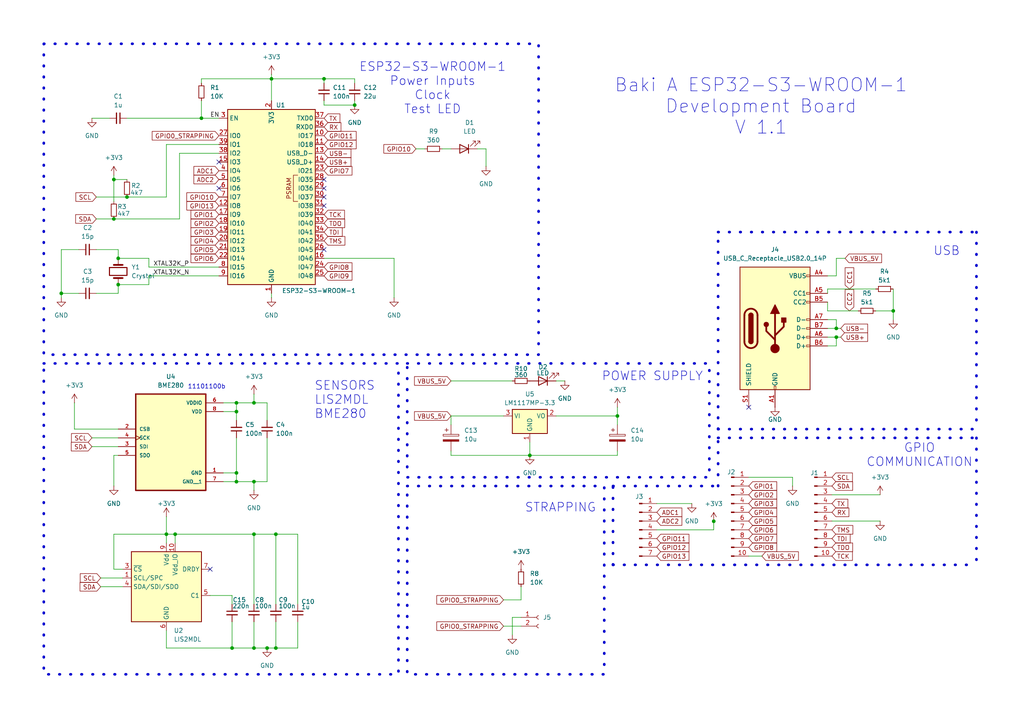
<source format=kicad_sch>
(kicad_sch (version 20250114) (generator "eeschema") (generator_version "9.0")
  (paper "A4")
  (title_block (title "ESP32-S3-WROOM-1 Development Board") (date "2025-06-27") (rev "1.1"))
  (lib_symbols
    (symbol "BME280:BME280" (pin_names (offset 1.016))
      (property "Reference" "U" (at -10.1662 13.3431 0))
      (property "Value" "BME280" (at -10.1683 -17.7924 0))
      (symbol "BME280_0_0"
        (pin input line (at -15.24 2.54 0) (length 5.08) (name "CSB") (number "2"))
        (pin input clock (at -15.24 0 0) (length 5.08) (name "SCK") (number "4"))
        (pin bidirectional line (at -15.24 -2.54 0) (length 5.08) (name "SDI") (number "3"))
        (pin bidirectional line (at -15.24 -5.08 0) (length 5.08) (name "SDO") (number "5"))
        (pin power_in line (at 15.24 10.16 180) (length 5.08) (name "VDDIO") (number "6"))
        (pin power_in line (at 15.24 7.62 180) (length 5.08) (name "VDD") (number "8"))
        (pin power_in line (at 15.24 -10.16 180) (length 5.08) (name "GND") (number "1"))
        (pin power_in line (at 15.24 -12.7 180) (length 5.08) (name "GND__1") (number "7"))
      )
    )
    (symbol "Connector:Conn_01x02_Socket" (pin_names (offset 1.016) (hide yes))
      (property "Reference" "J" (at 0 2.54 0))
      (property "Value" "Conn_01x02_Socket" (at 0 -5.08 0))
      (symbol "Conn_01x02_Socket_1_1"
        (pin passive line (at -5.08 0 0) (length 3.81) (name "Pin_1") (number "1"))
        (pin passive line (at -5.08 -2.54 0) (length 3.81) (name "Pin_2") (number "2"))
      )
    )
    (symbol "Connector:Conn_01x07_Pin" (pin_names (offset 1.016) (hide yes))
      (property "Reference" "J" (at 0 10.16 0))
      (property "Value" "Conn_01x07_Pin" (at 0 -10.16 0))
      (symbol "Conn_01x07_Pin_1_1"
        (pin passive line (at 5.08 7.62 180) (length 3.81) (name "Pin_1") (number "1"))
        (pin passive line (at 5.08 5.08 180) (length 3.81) (name "Pin_2") (number "2"))
        (pin passive line (at 5.08 2.54 180) (length 3.81) (name "Pin_3") (number "3"))
        (pin passive line (at 5.08 0 180) (length 3.81) (name "Pin_4") (number "4"))
        (pin passive line (at 5.08 -2.54 180) (length 3.81) (name "Pin_5") (number "5"))
        (pin passive line (at 5.08 -5.08 180) (length 3.81) (name "Pin_6") (number "6"))
        (pin passive line (at 5.08 -7.62 180) (length 3.81) (name "Pin_7") (number "7"))
      )
    )
    (symbol "Connector:Conn_01x10_Pin" (pin_names (offset 1.016) (hide yes))
      (property "Reference" "J" (at 0 12.7 0))
      (property "Value" "Conn_01x10_Pin" (at 0 -15.24 0))
      (symbol "Conn_01x10_Pin_1_1"
        (pin passive line (at 5.08 10.16 180) (length 3.81) (name "Pin_1") (number "1"))
        (pin passive line (at 5.08 7.62 180) (length 3.81) (name "Pin_2") (number "2"))
        (pin passive line (at 5.08 5.08 180) (length 3.81) (name "Pin_3") (number "3"))
        (pin passive line (at 5.08 2.54 180) (length 3.81) (name "Pin_4") (number "4"))
        (pin passive line (at 5.08 0 180) (length 3.81) (name "Pin_5") (number "5"))
        (pin passive line (at 5.08 -2.54 180) (length 3.81) (name "Pin_6") (number "6"))
        (pin passive line (at 5.08 -5.08 180) (length 3.81) (name "Pin_7") (number "7"))
        (pin passive line (at 5.08 -7.62 180) (length 3.81) (name "Pin_8") (number "8"))
        (pin passive line (at 5.08 -10.16 180) (length 3.81) (name "Pin_9") (number "9"))
        (pin passive line (at 5.08 -12.7 180) (length 3.81) (name "Pin_10") (number "10"))
      )
    )
    (symbol "Connector:USB_C_Receptacle_USB2.0_14P" (pin_names (offset 1.016))
      (property "Reference" "J" (at 0 22.225 0))
      (property "Value" "USB_C_Receptacle_USB2.0_14P" (at 0 19.685 0))
      (symbol "USB_C_Receptacle_USB2.0_14P_1_1"
        (pin passive line (at -7.62 -22.86 90) (length 5.08) (name "SHIELD") (number "S1"))
        (pin passive line (at 0 -22.86 90) (length 5.08) (name "GND") (number "A1"))
        (pin passive line (at 0 -22.86 90) (length 5.08) (hide yes) (name "GND") (number "A12"))
        (pin passive line (at 0 -22.86 90) (length 5.08) (hide yes) (name "GND") (number "B1"))
        (pin passive line (at 0 -22.86 90) (length 5.08) (hide yes) (name "GND") (number "B12"))
        (pin passive line (at 15.24 15.24 180) (length 5.08) (name "VBUS") (number "A4"))
        (pin passive line (at 15.24 15.24 180) (length 5.08) (hide yes) (name "VBUS") (number "A9"))
        (pin passive line (at 15.24 15.24 180) (length 5.08) (hide yes) (name "VBUS") (number "B4"))
        (pin passive line (at 15.24 15.24 180) (length 5.08) (hide yes) (name "VBUS") (number "B9"))
        (pin bidirectional line (at 15.24 10.16 180) (length 5.08) (name "CC1") (number "A5"))
        (pin bidirectional line (at 15.24 7.62 180) (length 5.08) (name "CC2") (number "B5"))
        (pin bidirectional line (at 15.24 2.54 180) (length 5.08) (name "D-") (number "A7"))
        (pin bidirectional line (at 15.24 0 180) (length 5.08) (name "D-") (number "B7"))
        (pin bidirectional line (at 15.24 -2.54 180) (length 5.08) (name "D+") (number "A6"))
        (pin bidirectional line (at 15.24 -5.08 180) (length 5.08) (name "D+") (number "B6"))
      )
    )
    (symbol "Device:C_Polarized" (pin_numbers (hide yes)) (pin_names (offset 0.254))
      (property "Reference" "C" (at 0.635 2.54 0))
      (property "Value" "C_Polarized" (at 0.635 -2.54 0))
      (symbol "C_Polarized_1_1"
        (pin passive line (at 0 3.81 270) (length 2.794) (name "~") (number "1"))
        (pin passive line (at 0 -3.81 90) (length 2.794) (name "~") (number "2"))
      )
    )
    (symbol "Device:C_Small" (pin_numbers (hide yes)) (pin_names (offset 0.254) (hide yes))
      (property "Reference" "C" (at 0.254 1.778 0))
      (property "Value" "C_Small" (at 0.254 -2.032 0))
      (symbol "C_Small_1_1"
        (pin passive line (at 0 2.54 270) (length 2.032) (name "~") (number "1"))
        (pin passive line (at 0 -2.54 90) (length 2.032) (name "~") (number "2"))
      )
    )
    (symbol "Device:Crystal" (pin_numbers (hide yes)) (pin_names (offset 1.016) (hide yes))
      (property "Reference" "Y" (at 0 3.81 0))
      (property "Value" "Crystal" (at 0 -3.81 0))
      (symbol "Crystal_1_1"
        (pin passive line (at -3.81 0 0) (length 1.27) (name "1") (number "1"))
        (pin passive line (at 3.81 0 180) (length 1.27) (name "2") (number "2"))
      )
    )
    (symbol "Device:LED" (pin_numbers (hide yes)) (pin_names (offset 1.016) (hide yes))
      (property "Reference" "D" (at 0 2.54 0))
      (property "Value" "LED" (at 0 -2.54 0))
      (symbol "LED_1_1"
        (pin passive line (at -3.81 0 0) (length 2.54) (name "K") (number "1"))
        (pin passive line (at 3.81 0 180) (length 2.54) (name "A") (number "2"))
      )
    )
    (symbol "Device:R_Small" (pin_numbers (hide yes)) (pin_names (offset 0.254) (hide yes))
      (property "Reference" "R" (at 0.762 0.508 0))
      (property "Value" "R_Small" (at 0.762 -1.016 0))
      (symbol "R_Small_1_1"
        (pin passive line (at 0 2.54 270) (length 0.762) (name "~") (number "1"))
        (pin passive line (at 0 -2.54 90) (length 0.762) (name "~") (number "2"))
      )
    )
    (symbol "RF_Module:ESP32-S3-WROOM-1"
      (property "Reference" "U" (at -12.7 26.67 0))
      (property "Value" "ESP32-S3-WROOM-1" (at 12.7 26.67 0))
      (symbol "ESP32-S3-WROOM-1_0_0"
        (text "PSRAM" (at 5.08 2.54 900) (effects (font (size 1.27 1.27))))
      )
      (symbol "ESP32-S3-WROOM-1_1_1"
        (pin input line (at -15.24 22.86 0) (length 2.54) (name "EN") (number "3"))
        (pin bidirectional line (at -15.24 17.78 0) (length 2.54) (name "IO0") (number "27"))
        (pin bidirectional line (at -15.24 15.24 0) (length 2.54) (name "IO1") (number "39"))
        (pin bidirectional line (at -15.24 12.7 0) (length 2.54) (name "IO2") (number "38"))
        (pin bidirectional line (at -15.24 10.16 0) (length 2.54) (name "IO3") (number "15"))
        (pin bidirectional line (at -15.24 7.62 0) (length 2.54) (name "IO4") (number "4"))
        (pin bidirectional line (at -15.24 5.08 0) (length 2.54) (name "IO5") (number "5"))
        (pin bidirectional line (at -15.24 2.54 0) (length 2.54) (name "IO6") (number "6"))
        (pin bidirectional line (at -15.24 0 0) (length 2.54) (name "IO7") (number "7"))
        (pin bidirectional line (at -15.24 -2.54 0) (length 2.54) (name "IO8") (number "12"))
        (pin bidirectional line (at -15.24 -5.08 0) (length 2.54) (name "IO9") (number "17"))
        (pin bidirectional line (at -15.24 -7.62 0) (length 2.54) (name "IO10") (number "18"))
        (pin bidirectional line (at -15.24 -10.16 0) (length 2.54) (name "IO11") (number "19"))
        (pin bidirectional line (at -15.24 -12.7 0) (length 2.54) (name "IO12") (number "20"))
        (pin bidirectional line (at -15.24 -15.24 0) (length 2.54) (name "IO13") (number "21"))
        (pin bidirectional line (at -15.24 -17.78 0) (length 2.54) (name "IO14") (number "22"))
        (pin bidirectional line (at -15.24 -20.32 0) (length 2.54) (name "IO15") (number "8"))
        (pin bidirectional line (at -15.24 -22.86 0) (length 2.54) (name "IO16") (number "9"))
        (pin power_in line (at 0 27.94 270) (length 2.54) (name "3V3") (number "2"))
        (pin power_in line (at 0 -27.94 90) (length 2.54) (name "GND") (number "1"))
        (pin passive line (at 0 -27.94 90) (length 2.54) (hide yes) (name "GND") (number "40"))
        (pin passive line (at 0 -27.94 90) (length 2.54) (hide yes) (name "GND") (number "41"))
        (pin bidirectional line (at 15.24 22.86 180) (length 2.54) (name "TXD0") (number "37"))
        (pin bidirectional line (at 15.24 20.32 180) (length 2.54) (name "RXD0") (number "36"))
        (pin bidirectional line (at 15.24 17.78 180) (length 2.54) (name "IO17") (number "10"))
        (pin bidirectional line (at 15.24 15.24 180) (length 2.54) (name "IO18") (number "11"))
        (pin bidirectional line (at 15.24 12.7 180) (length 2.54) (name "USB_D-") (number "13"))
        (pin bidirectional line (at 15.24 10.16 180) (length 2.54) (name "USB_D+") (number "14"))
        (pin bidirectional line (at 15.24 7.62 180) (length 2.54) (name "IO21") (number "23"))
        (pin bidirectional line (at 15.24 5.08 180) (length 2.54) (name "IO35") (number "28"))
        (pin bidirectional line (at 15.24 2.54 180) (length 2.54) (name "IO36") (number "29"))
        (pin bidirectional line (at 15.24 0 180) (length 2.54) (name "IO37") (number "30"))
        (pin bidirectional line (at 15.24 -2.54 180) (length 2.54) (name "IO38") (number "31"))
        (pin bidirectional line (at 15.24 -5.08 180) (length 2.54) (name "IO39") (number "32"))
        (pin bidirectional line (at 15.24 -7.62 180) (length 2.54) (name "IO40") (number "33"))
        (pin bidirectional line (at 15.24 -10.16 180) (length 2.54) (name "IO41") (number "34"))
        (pin bidirectional line (at 15.24 -12.7 180) (length 2.54) (name "IO42") (number "35"))
        (pin bidirectional line (at 15.24 -15.24 180) (length 2.54) (name "IO45") (number "26"))
        (pin bidirectional line (at 15.24 -17.78 180) (length 2.54) (name "IO46") (number "16"))
        (pin bidirectional line (at 15.24 -20.32 180) (length 2.54) (name "IO47") (number "24"))
        (pin bidirectional line (at 15.24 -22.86 180) (length 2.54) (name "IO48") (number "25"))
      )
    )
    (symbol "Regulator_Linear:LM1117MP-3.3"
      (property "Reference" "U" (at -3.81 3.175 0))
      (property "Value" "LM1117MP-3.3" (at 0 3.175 0))
      (symbol "LM1117MP-3.3_1_1"
        (pin power_in line (at -7.62 0 0) (length 2.54) (name "VI") (number "3"))
        (pin power_in line (at 0 -7.62 90) (length 2.54) (name "GND") (number "1"))
        (pin power_out line (at 7.62 0 180) (length 2.54) (name "VO") (number "2"))
      )
    )
    (symbol "Sensor_Magnetic:LIS2MDL"
      (property "Reference" "U" (at -8.89 11.43 0))
      (property "Value" "LIS2MDL" (at 7.62 11.43 0))
      (symbol "LIS2MDL_1_1"
        (pin input line (at -12.7 5.08 0) (length 2.54) (name "~{CS}") (number "3"))
        (pin input line (at -12.7 2.54 0) (length 2.54) (name "SCL/SPC") (number "1"))
        (pin bidirectional line (at -12.7 0 0) (length 2.54) (name "SDA/SDI/SDO") (number "4"))
        (pin no_connect line (at -10.16 -5.08 0) (length 2.54) (hide yes) (name "NC") (number "2"))
        (pin no_connect line (at -10.16 -7.62 0) (length 2.54) (hide yes) (name "NC") (number "11"))
        (pin power_in line (at 0 12.7 270) (length 2.54) (name "Vdd") (number "9"))
        (pin power_in line (at 0 -12.7 90) (length 2.54) (name "GND") (number "6"))
        (pin passive line (at 0 -12.7 90) (length 2.54) (hide yes) (name "GND") (number "8"))
        (pin power_in line (at 2.54 12.7 270) (length 2.54) (name "Vdd_IO") (number "10"))
        (pin no_connect line (at 10.16 -7.62 180) (length 2.54) (hide yes) (name "NC") (number "12"))
        (pin output line (at 12.7 5.08 180) (length 2.54) (name "DRDY") (number "7"))
        (pin power_out line (at 12.7 -2.54 180) (length 2.54) (name "C1") (number "5"))
      )
    )
    (symbol "power:+3V3" (power) (pin_numbers (hide yes)) (pin_names (offset 0) (hide yes))
      (property "Value" "+3V3" (at 0 3.556 0))
      (symbol "+3V3_1_1"
        (pin power_in line (at 0 0 90) (length 0) (name "~") (number "1"))
      )
    )
    (symbol "power:GND" (power) (pin_numbers (hide yes)) (pin_names (offset 0) (hide yes))
      (property "Value" "GND" (at 0 -3.81 0))
      (symbol "GND_1_1"
        (pin power_in line (at 0 0 270) (length 0) (name "~") (number "1"))
      )
    )
  )
  (rectangle (start 12.7 12.7) (end 156.21 102.87) (stroke (width 0.762) (type dot)))
  (rectangle (start 12.7 105.41) (end 115.57 195.58) (stroke (width 0.762) (type dot)))
  (rectangle (start 118.11 105.41) (end 205.74 138.43) (stroke (width 0.762) (type dot)))
  (rectangle (start 118.11 140.97) (end 175.26 195.58) (stroke (width 0.762) (type dot)))
  (text "Baki A ESP32-S3-WROOM-1\nDevelopment Board\nV 1.1\n " (at 220.726 34.036 0) (effects (font (size 3.81 3.81))))
  (text "USB\n" (at 274.574 72.898 0) (effects (font (size 2.54 2.54))))
  (text "11101100b" (at 59.944 112.268 0) (effects (font (size 1.27 1.27))))
  (text "POWER SUPPLY" (at 189.23 109.22 0) (effects (font (size 2.54 2.54))))
  (text "GPIO\nCOMMUNICATION\n" (at 266.7 132.08 0) (effects (font (size 2.54 2.54))))
  (text "SENSORS\nLIS2MDL \nBME280\n" (at 91.186 116.078 0) (effects (font (size 2.54 2.54)) (justify left)))
  (text "STRAPPING\n" (at 162.56 147.32 0) (effects (font (size 2.54 2.54))))
  (text "ESP32-S3-WROOM-1\nPower Inputs\nClock\nTest LED\n" (at 125.476 25.654 0) (effects (font (size 2.54 2.54))))
  (junction (at 153.67 132.08))
  (junction (at 242.57 97.79))
  (junction (at 80.01 154.94))
  (junction (at 34.29 82.55))
  (junction (at 73.66 139.7))
  (junction (at 68.58 137.16))
  (junction (at 207.01 151.1898))
  (junction (at 73.66 116.84))
  (junction (at 68.58 116.84))
  (junction (at 259.08 90.17))
  (junction (at 36.83 57.15))
  (junction (at 33.02 52.07))
  (junction (at 80.01 187.96))
  (junction (at 242.57 95.25))
  (junction (at 48.26 154.94))
  (junction (at 50.8 154.94))
  (junction (at 78.74 22.86))
  (junction (at 67.31 187.96))
  (junction (at 93.98 22.86))
  (junction (at 77.47 187.96))
  (junction (at 73.66 187.96))
  (junction (at 33.02 63.5))
  (junction (at 102.87 30.48))
  (junction (at 68.58 119.38))
  (junction (at 34.29 74.93))
  (junction (at 68.58 139.7))
  (junction (at 17.78 85.09))
  (junction (at 73.66 154.94))
  (junction (at 58.42 34.29))
  (junction (at 179.07 120.65))
  (no_connect (at 93.98 57.15))
  (no_connect (at 93.98 72.39))
  (no_connect (at 93.98 54.61))
  (no_connect (at 63.5 54.61))
  (no_connect (at 60.96 165.1))
  (no_connect (at 217.17 118.11))
  (no_connect (at 93.98 59.69))
  (no_connect (at 63.5 46.99))
  (no_connect (at 93.98 52.07))
  (wire (pts (xy 77.47 187.96) (xy 73.66 187.96)))
  (wire (pts (xy 58.42 22.86) (xy 78.74 22.86)))
  (wire (pts (xy 27.94 85.09) (xy 34.29 85.09)))
  (wire (pts (xy 77.47 121.92) (xy 77.47 116.84)))
  (wire (pts (xy 73.66 114.3) (xy 73.66 116.84)))
  (wire (pts (xy 200.66 146.05) (xy 190.5 146.05)))
  (wire (pts (xy 130.81 132.08) (xy 130.81 130.81)))
  (wire (pts (xy 86.36 154.94) (xy 80.01 154.94)))
  (wire (pts (xy 93.98 74.93) (xy 114.3 74.93)))
  (wire (pts (xy 153.67 128.27) (xy 153.67 132.08)))
  (wire (pts (xy 26.67 127) (xy 34.29 127)))
  (wire (pts (xy 242.57 74.93) (xy 242.57 80.01)))
  (wire (pts (xy 58.42 24.13) (xy 58.42 22.86)))
  (polyline (pts (xy 208.28 127) (xy 283.21 127)) (stroke (width 0.762) (type dot)))
  (wire (pts (xy 43.18 80.01) (xy 43.18 82.55)))
  (wire (pts (xy 140.97 48.26) (xy 140.97 43.18)))
  (wire (pts (xy 63.5 80.01) (xy 43.18 80.01)))
  (wire (pts (xy 229.87 138.43) (xy 217.17 138.43)))
  (wire (pts (xy 73.66 154.94) (xy 80.01 154.94)))
  (wire (pts (xy 255.27 151.13) (xy 241.3 151.13)))
  (wire (pts (xy 64.77 119.38) (xy 68.58 119.38)))
  (wire (pts (xy 102.87 29.21) (xy 102.87 30.48)))
  (wire (pts (xy 254 90.17) (xy 259.08 90.17)))
  (wire (pts (xy 48.26 154.94) (xy 48.26 157.48)))
  (wire (pts (xy 148.59 179.07) (xy 151.13 179.07)))
  (wire (pts (xy 140.97 43.18) (xy 138.43 43.18)))
  (wire (pts (xy 63.5 77.47) (xy 43.18 77.47)))
  (wire (pts (xy 153.67 132.08) (xy 179.07 132.08)))
  (wire (pts (xy 67.31 175.26) (xy 67.31 172.72)))
  (wire (pts (xy 17.78 72.39) (xy 22.86 72.39)))
  (wire (pts (xy 93.98 30.48) (xy 102.87 30.48)))
  (polyline (pts (xy 177.8 140.97) (xy 208.28 140.97)) (stroke (width 0.762) (type dot)))
  (wire (pts (xy 26.67 34.29) (xy 31.75 34.29)))
  (wire (pts (xy 151.13 173.99) (xy 151.13 170.18)))
  (wire (pts (xy 67.31 187.96) (xy 67.31 180.34)))
  (wire (pts (xy 161.29 120.65) (xy 179.07 120.65)))
  (wire (pts (xy 33.02 165.1) (xy 33.02 154.94)))
  (wire (pts (xy 50.8 157.48) (xy 50.8 154.94)))
  (wire (pts (xy 68.58 139.7) (xy 73.66 139.7)))
  (wire (pts (xy 26.67 129.54) (xy 34.29 129.54)))
  (wire (pts (xy 240.03 95.25) (xy 242.57 95.25)))
  (wire (pts (xy 77.47 127) (xy 77.47 139.7)))
  (wire (pts (xy 240.03 97.79) (xy 242.57 97.79)))
  (wire (pts (xy 33.02 132.08) (xy 33.02 140.97)))
  (wire (pts (xy 130.81 110.49) (xy 148.59 110.49)))
  (wire (pts (xy 33.02 154.94) (xy 48.26 154.94)))
  (wire (pts (xy 93.98 29.21) (xy 93.98 30.48)))
  (wire (pts (xy 36.83 57.15) (xy 48.26 57.15)))
  (polyline (pts (xy 283.21 127) (xy 283.21 163.83)) (stroke (width 0.762) (type dot)))
  (wire (pts (xy 17.78 86.36) (xy 17.78 85.09)))
  (wire (pts (xy 68.58 139.7) (xy 64.77 139.7)))
  (wire (pts (xy 21.59 124.46) (xy 34.29 124.46)))
  (wire (pts (xy 240.03 92.71) (xy 242.57 92.71)))
  (wire (pts (xy 77.47 139.7) (xy 73.66 139.7)))
  (wire (pts (xy 33.02 50.8) (xy 33.02 52.07)))
  (wire (pts (xy 43.18 77.47) (xy 43.18 74.93)))
  (wire (pts (xy 33.02 165.1) (xy 35.56 165.1)))
  (wire (pts (xy 33.02 58.42) (xy 33.02 52.07)))
  (wire (pts (xy 77.47 116.84) (xy 73.66 116.84)))
  (wire (pts (xy 80.01 187.96) (xy 77.47 187.96)))
  (wire (pts (xy 48.26 149.86) (xy 48.26 154.94)))
  (wire (pts (xy 245.11 74.93) (xy 242.57 74.93)))
  (wire (pts (xy 33.02 52.07) (xy 36.83 52.07)))
  (wire (pts (xy 93.98 22.86) (xy 93.98 24.13)))
  (wire (pts (xy 102.87 22.86) (xy 102.87 24.13)))
  (wire (pts (xy 179.07 120.65) (xy 179.07 123.19)))
  (wire (pts (xy 34.29 85.09) (xy 34.29 82.55)))
  (wire (pts (xy 80.01 180.34) (xy 80.01 187.96)))
  (wire (pts (xy 78.74 22.86) (xy 93.98 22.86)))
  (wire (pts (xy 52.07 44.45) (xy 63.5 44.45)))
  (wire (pts (xy 58.42 29.21) (xy 58.42 34.29)))
  (wire (pts (xy 73.66 180.34) (xy 73.66 187.96)))
  (wire (pts (xy 68.58 116.84) (xy 68.58 119.38)))
  (wire (pts (xy 255.27 143.51) (xy 241.3 143.51)))
  (wire (pts (xy 240.03 90.17) (xy 248.92 90.17)))
  (wire (pts (xy 86.36 187.96) (xy 80.01 187.96)))
  (wire (pts (xy 242.57 80.01) (xy 240.03 80.01)))
  (wire (pts (xy 80.01 175.26) (xy 80.01 154.94)))
  (wire (pts (xy 43.18 82.55) (xy 34.29 82.55)))
  (wire (pts (xy 73.66 175.26) (xy 73.66 154.94)))
  (wire (pts (xy 58.42 34.29) (xy 63.5 34.29)))
  (wire (pts (xy 33.02 63.5) (xy 52.07 63.5)))
  (wire (pts (xy 68.58 119.38) (xy 68.58 121.92)))
  (wire (pts (xy 130.81 132.08) (xy 153.67 132.08)))
  (wire (pts (xy 68.58 116.84) (xy 73.66 116.84)))
  (wire (pts (xy 21.59 116.84) (xy 21.59 124.46)))
  (wire (pts (xy 29.21 170.18) (xy 35.56 170.18)))
  (wire (pts (xy 78.74 22.86) (xy 78.74 29.21)))
  (polyline (pts (xy 208.28 67.31) (xy 283.21 67.31)) (stroke (width 0.762) (type dot)))
  (wire (pts (xy 242.57 97.79) (xy 243.84 97.79)))
  (wire (pts (xy 242.57 92.71) (xy 242.57 95.25)))
  (wire (pts (xy 148.59 184.15) (xy 148.59 179.07)))
  (polyline (pts (xy 208.28 124.46) (xy 283.21 124.46)) (stroke (width 0.762) (type dot)))
  (wire (pts (xy 48.26 41.91) (xy 63.5 41.91)))
  (wire (pts (xy 229.87 140.97) (xy 229.87 138.43)))
  (wire (pts (xy 48.26 41.91) (xy 48.26 57.15)))
  (wire (pts (xy 259.08 90.17) (xy 259.08 92.71)))
  (wire (pts (xy 259.08 83.82) (xy 259.08 90.17)))
  (wire (pts (xy 240.03 100.33) (xy 242.57 100.33)))
  (wire (pts (xy 48.26 187.96) (xy 67.31 187.96)))
  (wire (pts (xy 242.57 100.33) (xy 242.57 97.79)))
  (wire (pts (xy 64.77 116.84) (xy 68.58 116.84)))
  (wire (pts (xy 27.94 57.15) (xy 36.83 57.15)))
  (wire (pts (xy 36.83 34.29) (xy 58.42 34.29)))
  (wire (pts (xy 17.78 72.39) (xy 17.78 85.09)))
  (wire (pts (xy 220.98 161.29) (xy 217.17 161.29)))
  (wire (pts (xy 179.07 118.11) (xy 179.07 120.65)))
  (wire (pts (xy 33.02 132.08) (xy 34.29 132.08)))
  (wire (pts (xy 17.78 85.09) (xy 22.86 85.09)))
  (wire (pts (xy 240.03 90.17) (xy 240.03 87.63)))
  (polyline (pts (xy 208.28 124.46) (xy 208.28 67.31)) (stroke (width 0.762) (type dot)))
  (polyline (pts (xy 208.28 140.97) (xy 208.28 127)) (stroke (width 0.762) (type dot)))
  (wire (pts (xy 43.18 74.93) (xy 34.29 74.93)))
  (wire (pts (xy 27.94 63.5) (xy 33.02 63.5)))
  (wire (pts (xy 130.81 120.65) (xy 146.05 120.65)))
  (wire (pts (xy 146.05 173.99) (xy 151.13 173.99)))
  (wire (pts (xy 114.3 74.93) (xy 114.3 86.36)))
  (wire (pts (xy 78.74 21.59) (xy 78.74 22.86)))
  (wire (pts (xy 78.74 86.36) (xy 78.74 85.09)))
  (wire (pts (xy 86.36 175.26) (xy 86.36 154.94)))
  (wire (pts (xy 240.03 83.82) (xy 240.03 85.09)))
  (wire (pts (xy 48.26 182.88) (xy 48.26 187.96)))
  (wire (pts (xy 67.31 187.96) (xy 73.66 187.96)))
  (wire (pts (xy 163.83 110.49) (xy 161.29 110.49)))
  (wire (pts (xy 48.26 154.94) (xy 50.8 154.94)))
  (wire (pts (xy 130.81 123.19) (xy 130.81 120.65)))
  (wire (pts (xy 73.66 142.24) (xy 73.66 139.7)))
  (wire (pts (xy 179.07 132.08) (xy 179.07 130.81)))
  (wire (pts (xy 93.98 22.86) (xy 102.87 22.86)))
  (wire (pts (xy 207.01 151.1898) (xy 207.01 153.67)))
  (wire (pts (xy 52.07 63.5) (xy 52.07 44.45)))
  (wire (pts (xy 67.31 172.72) (xy 60.96 172.72)))
  (polyline (pts (xy 177.8 163.83) (xy 283.21 163.83)) (stroke (width 0.762) (type dot)))
  (polyline (pts (xy 177.8 163.83) (xy 177.8 140.97)) (stroke (width 0.762) (type dot)))
  (wire (pts (xy 146.05 181.61) (xy 151.13 181.61)))
  (wire (pts (xy 130.81 43.18) (xy 128.27 43.18)))
  (wire (pts (xy 68.58 137.16) (xy 68.58 139.7)))
  (wire (pts (xy 29.21 167.64) (xy 35.56 167.64)))
  (wire (pts (xy 240.03 83.82) (xy 254 83.82)))
  (wire (pts (xy 207.01 151.13) (xy 207.01 151.1898)))
  (wire (pts (xy 242.57 95.25) (xy 243.84 95.25)))
  (wire (pts (xy 123.19 43.18) (xy 120.65 43.18)))
  (wire (pts (xy 68.58 127) (xy 68.58 137.16)))
  (polyline (pts (xy 283.21 67.31) (xy 283.21 124.46)) (stroke (width 0.762) (type dot)))
  (wire (pts (xy 190.5 153.67) (xy 207.01 153.67)))
  (wire (pts (xy 27.94 72.39) (xy 34.29 72.39)))
  (wire (pts (xy 34.29 72.39) (xy 34.29 74.93)))
  (wire (pts (xy 64.77 137.16) (xy 68.58 137.16)))
  (wire (pts (xy 50.8 154.94) (xy 73.66 154.94)))
  (wire (pts (xy 86.36 180.34) (xy 86.36 187.96)))
  (label "XTAL32K_N" (at 44.45 80.01 0))
  (label "XTAL32K_P" (at 44.45 77.47 0))
  (label "EN" (at 60.96 34.29 0))
  (global_label "SDA" (shape input) (at 241.3 140.97 0) (property "Intersheetrefs" "${INTERSHEET_REFS}" (effects (hide yes))))
  (global_label "ADC2" (shape input) (at 63.5 52.07 180) (property "Intersheetrefs" "${INTERSHEET_REFS}" (effects (hide yes))))
  (global_label "CC1" (shape input) (at 246.38 83.82 90) (property "Intersheetrefs" "${INTERSHEET_REFS}" (effects (hide yes))))
  (global_label "GPIO4" (shape input) (at 217.17 148.59 0) (property "Intersheetrefs" "${INTERSHEET_REFS}" (effects (hide yes))))
  (global_label "RX" (shape input) (at 93.98 36.83 0) (property "Intersheetrefs" "${INTERSHEET_REFS}" (effects (hide yes))))
  (global_label "SCL" (shape input) (at 26.67 127 180) (property "Intersheetrefs" "${INTERSHEET_REFS}" (effects (hide yes))))
  (global_label "RX" (shape input) (at 241.3 148.59 0) (property "Intersheetrefs" "${INTERSHEET_REFS}" (effects (hide yes))))
  (global_label "SCL" (shape input) (at 241.3 138.43 0) (property "Intersheetrefs" "${INTERSHEET_REFS}" (effects (hide yes))))
  (global_label "TX" (shape input) (at 93.98 34.29 0) (property "Intersheetrefs" "${INTERSHEET_REFS}" (effects (hide yes))))
  (global_label "GPIO7" (shape input) (at 93.98 49.53 0) (property "Intersheetrefs" "${INTERSHEET_REFS}" (effects (hide yes))))
  (global_label "GPIO12" (shape input) (at 190.5 158.75 0) (property "Intersheetrefs" "${INTERSHEET_REFS}" (effects (hide yes))))
  (global_label "GPIO3" (shape input) (at 217.17 146.05 0) (property "Intersheetrefs" "${INTERSHEET_REFS}" (effects (hide yes))))
  (global_label "GPIO0_STRAPPING" (shape input) (at 63.5 39.37 180) (property "Intersheetrefs" "${INTERSHEET_REFS}" (effects (hide yes))))
  (global_label "GPIO1" (shape input) (at 63.5 62.23 180) (property "Intersheetrefs" "${INTERSHEET_REFS}" (effects (hide yes))))
  (global_label "GPIO1" (shape input) (at 217.17 140.97 0) (property "Intersheetrefs" "${INTERSHEET_REFS}" (effects (hide yes))))
  (global_label "TMS" (shape input) (at 241.3 153.67 0) (property "Intersheetrefs" "${INTERSHEET_REFS}" (effects (hide yes))))
  (global_label "GPIO5" (shape input) (at 217.17 151.13 0) (property "Intersheetrefs" "${INTERSHEET_REFS}" (effects (hide yes))))
  (global_label "GPIO5" (shape input) (at 63.5 72.39 180) (property "Intersheetrefs" "${INTERSHEET_REFS}" (effects (hide yes))))
  (global_label "ADC1" (shape input) (at 63.5 49.53 180) (property "Intersheetrefs" "${INTERSHEET_REFS}" (effects (hide yes))))
  (global_label "TDO" (shape input) (at 241.3 158.75 0) (property "Intersheetrefs" "${INTERSHEET_REFS}" (effects (hide yes))))
  (global_label "SDA" (shape input) (at 26.67 129.54 180) (property "Intersheetrefs" "${INTERSHEET_REFS}" (effects (hide yes))))
  (global_label "GPIO0_STRAPPING" (shape input) (at 146.05 173.99 180) (property "Intersheetrefs" "${INTERSHEET_REFS}" (effects (hide yes))))
  (global_label "GPIO13" (shape input) (at 190.5 161.29 0) (property "Intersheetrefs" "${INTERSHEET_REFS}" (effects (hide yes))))
  (global_label "GPIO2" (shape input) (at 63.5 64.77 180) (property "Intersheetrefs" "${INTERSHEET_REFS}" (effects (hide yes))))
  (global_label "USB+" (shape input) (at 243.84 97.79 0) (property "Intersheetrefs" "${INTERSHEET_REFS}" (effects (hide yes))))
  (global_label "SDA" (shape input) (at 29.21 170.18 180) (property "Intersheetrefs" "${INTERSHEET_REFS}" (effects (hide yes))))
  (global_label "TMS" (shape input) (at 93.98 69.85 0) (property "Intersheetrefs" "${INTERSHEET_REFS}" (effects (hide yes))))
  (global_label "GPIO10" (shape input) (at 120.65 43.18 180) (property "Intersheetrefs" "${INTERSHEET_REFS}" (effects (hide yes))))
  (global_label "SDA" (shape input) (at 27.94 63.5 180) (property "Intersheetrefs" "${INTERSHEET_REFS}" (effects (hide yes))))
  (global_label "SCL" (shape input) (at 27.94 57.15 180) (property "Intersheetrefs" "${INTERSHEET_REFS}" (effects (hide yes))))
  (global_label "TCK" (shape input) (at 241.3 161.29 0) (property "Intersheetrefs" "${INTERSHEET_REFS}" (effects (hide yes))))
  (global_label "TDO" (shape input) (at 93.98 64.77 0) (property "Intersheetrefs" "${INTERSHEET_REFS}" (effects (hide yes))))
  (global_label "ADC2" (shape input) (at 190.5 151.13 0) (property "Intersheetrefs" "${INTERSHEET_REFS}" (effects (hide yes))))
  (global_label "TCK" (shape input) (at 93.98 62.23 0) (property "Intersheetrefs" "${INTERSHEET_REFS}" (effects (hide yes))))
  (global_label "GPIO6" (shape input) (at 63.5 74.93 180) (property "Intersheetrefs" "${INTERSHEET_REFS}" (effects (hide yes))))
  (global_label "USB-" (shape input) (at 243.84 95.25 0) (property "Intersheetrefs" "${INTERSHEET_REFS}" (effects (hide yes))))
  (global_label "GPIO3" (shape input) (at 63.5 67.31 180) (property "Intersheetrefs" "${INTERSHEET_REFS}" (effects (hide yes))))
  (global_label "USB-" (shape input) (at 93.98 44.45 0) (property "Intersheetrefs" "${INTERSHEET_REFS}" (effects (hide yes))))
  (global_label "VBUS_5V" (shape input) (at 130.81 120.65 180) (property "Intersheetrefs" "${INTERSHEET_REFS}" (effects (hide yes))))
  (global_label "GPIO8" (shape input) (at 93.98 77.47 0) (property "Intersheetrefs" "${INTERSHEET_REFS}" (effects (hide yes))))
  (global_label "GPIO13" (shape input) (at 63.5 59.69 180) (property "Intersheetrefs" "${INTERSHEET_REFS}" (effects (hide yes))))
  (global_label "TDI" (shape input) (at 93.98 67.31 0) (property "Intersheetrefs" "${INTERSHEET_REFS}" (effects (hide yes))))
  (global_label "GPIO11" (shape input) (at 93.98 39.37 0) (property "Intersheetrefs" "${INTERSHEET_REFS}" (effects (hide yes))))
  (global_label "GPIO10" (shape input) (at 63.5 57.15 180) (property "Intersheetrefs" "${INTERSHEET_REFS}" (effects (hide yes))))
  (global_label "TDI" (shape input) (at 241.3 156.21 0) (property "Intersheetrefs" "${INTERSHEET_REFS}" (effects (hide yes))))
  (global_label "SCL" (shape input) (at 29.21 167.64 180) (property "Intersheetrefs" "${INTERSHEET_REFS}" (effects (hide yes))))
  (global_label "GPIO4" (shape input) (at 63.5 69.85 180) (property "Intersheetrefs" "${INTERSHEET_REFS}" (effects (hide yes))))
  (global_label "GPIO11" (shape input) (at 190.5 156.21 0) (property "Intersheetrefs" "${INTERSHEET_REFS}" (effects (hide yes))))
  (global_label "VBUS_5V" (shape input) (at 245.11 74.93 0) (property "Intersheetrefs" "${INTERSHEET_REFS}" (effects (hide yes))))
  (global_label "GPIO8" (shape input) (at 217.17 158.75 0) (property "Intersheetrefs" "${INTERSHEET_REFS}" (effects (hide yes))))
  (global_label "GPIO6" (shape input) (at 217.17 153.67 0) (property "Intersheetrefs" "${INTERSHEET_REFS}" (effects (hide yes))))
  (global_label "VBUS_5V" (shape input) (at 130.81 110.49 180) (property "Intersheetrefs" "${INTERSHEET_REFS}" (effects (hide yes))))
  (global_label "GPIO12" (shape input) (at 93.98 41.91 0) (property "Intersheetrefs" "${INTERSHEET_REFS}" (effects (hide yes))))
  (global_label "GPIO0_STRAPPING" (shape input) (at 146.05 181.61 180) (property "Intersheetrefs" "${INTERSHEET_REFS}" (effects (hide yes))))
  (global_label "TX" (shape input) (at 241.3 146.05 0) (property "Intersheetrefs" "${INTERSHEET_REFS}" (effects (hide yes))))
  (global_label "GPIO9" (shape input) (at 93.98 80.01 0) (property "Intersheetrefs" "${INTERSHEET_REFS}" (effects (hide yes))))
  (global_label "GPIO2" (shape input) (at 217.17 143.51 0) (property "Intersheetrefs" "${INTERSHEET_REFS}" (effects (hide yes))))
  (global_label "VBUS_5V" (shape input) (at 220.98 161.29 0) (property "Intersheetrefs" "${INTERSHEET_REFS}" (effects (hide yes))))
  (global_label "ADC1" (shape input) (at 190.5 148.59 0) (property "Intersheetrefs" "${INTERSHEET_REFS}" (effects (hide yes))))
  (global_label "USB+" (shape input) (at 93.98 46.99 0) (property "Intersheetrefs" "${INTERSHEET_REFS}" (effects (hide yes))))
  (global_label "CC2" (shape input) (at 246.38 90.17 90) (property "Intersheetrefs" "${INTERSHEET_REFS}" (effects (hide yes))))
  (global_label "GPIO7" (shape input) (at 217.17 156.21 0) (property "Intersheetrefs" "${INTERSHEET_REFS}" (effects (hide yes))))
  (symbol (lib_id "Device:C_Small") (at 68.58 124.46 180) (unit 1)
    (property "Reference" "C5" (at 71.12 123.1835 0) (effects (justify right)))
    (property "Value" "100n" (at 71.12 125.7235 0) (effects (justify right)))
    (property "Footprint" "Capacitor_SMD:C_1206_3216Metric" (effects (hide yes)))
    (property "Description" "Unpolarized capacitor, small symbol" (effects (hide yes)))
  )
  (symbol (lib_id "power:GND") (at 200.66 146.05 0) (unit 1)
    (property "Reference" "#PWR09" (effects (hide yes)))
    (property "Value" "GND" (at 200.66 151.13 0))
    (property "Description" "Power symbol creates a global label with name \"GND\" , ground" (effects (hide yes)))
  )
  (symbol (lib_id "Device:LED") (at 134.62 43.18 180) (unit 1)
    (property "Reference" "D1" (at 136.2075 35.56 0))
    (property "Value" "LED" (at 136.2075 38.1 0))
    (property "Footprint" "LED_SMD:LED_1206_3216Metric" (effects (hide yes)))
    (property "Description" "Light emitting diode" (effects (hide yes)))
    (property "Sim.Pins" "1=K 2=A" (effects (hide yes)))
  )
  (symbol (lib_id "Device:C_Small") (at 73.66 177.8 0) (mirror y) (unit 1)
    (property "Reference" "C8" (at 73.914 173.99 0) (effects (justify right)))
    (property "Value" "100n" (at 73.914 175.768 0) (effects (justify right)))
    (property "Footprint" "Capacitor_SMD:C_1206_3216Metric" (effects (hide yes)))
    (property "Description" "Unpolarized capacitor, small symbol" (effects (hide yes)))
  )
  (symbol (lib_id "power:GND") (at 163.83 110.49 0) (unit 1)
    (property "Reference" "#PWR021" (effects (hide yes)))
    (property "Value" "GND" (at 163.83 115.57 0))
    (property "Description" "Power symbol creates a global label with name \"GND\" , ground" (effects (hide yes)))
  )
  (symbol (lib_id "power:GND") (at 77.47 187.96 0) (unit 1)
    (property "Reference" "#PWR037" (effects (hide yes)))
    (property "Value" "GND" (at 77.47 193.04 0))
    (property "Description" "Power symbol creates a global label with name \"GND\" , ground" (effects (hide yes)))
  )
  (symbol (lib_id "Device:R_Small") (at 251.46 90.17 90) (unit 1)
    (property "Reference" "R5" (at 251.46 85.09 90))
    (property "Value" "5k1" (at 251.46 87.63 90))
    (property "Footprint" "Resistor_SMD:R_1206_3216Metric" (effects (hide yes)))
    (property "Description" "Resistor, small symbol" (effects (hide yes)))
  )
  (symbol (lib_id "power:+3V3") (at 48.26 149.86 0) (unit 1)
    (property "Reference" "#PWR033" (effects (hide yes)))
    (property "Value" "+3V3" (at 48.26 146.05 0))
    (property "Description" "Power symbol creates a global label with name \"+3V3\"" (effects (hide yes)))
  )
  (symbol (lib_id "power:GND") (at 148.59 184.15 0) (unit 1)
    (property "Reference" "#PWR018" (effects (hide yes)))
    (property "Value" "GND" (at 148.59 189.23 0))
    (property "Description" "Power symbol creates a global label with name \"GND\" , ground" (effects (hide yes)))
  )
  (symbol (lib_id "power:GND") (at 73.66 142.24 0) (unit 1)
    (property "Reference" "#PWR010" (effects (hide yes)))
    (property "Value" "GND" (at 73.66 147.32 0))
    (property "Description" "Power symbol creates a global label with name \"GND\" , ground" (effects (hide yes)))
  )
  (symbol (lib_id "Device:LED") (at 157.48 110.49 180) (unit 1)
    (property "Reference" "D2" (at 157.48 106.426 0))
    (property "Value" "LED" (at 157.48 108.204 0))
    (property "Footprint" "LED_SMD:LED_1206_3216Metric" (effects (hide yes)))
    (property "Description" "Light emitting diode" (effects (hide yes)))
    (property "Sim.Pins" "1=K 2=A" (effects (hide yes)))
  )
  (symbol (lib_id "Sensor_Magnetic:LIS2MDL") (at 48.26 170.18 0) (unit 1)
    (property "Reference" "U2" (at 50.4033 182.88 0) (effects (justify left)))
    (property "Value" "LIS2MDL" (at 50.4033 185.42 0) (effects (justify left)))
    (property "Footprint" "Package_LGA:LGA-12_2x2mm_P0.5mm" (effects (hide yes)))
    (property "Datasheet" "https://www.st.com/resource/en/datasheet/lis2mdl.pdf" (effects (hide yes)))
    (property "Description" "Ultra-low-power, 3-axis digital output magnetometer, LGA-12" (effects (hide yes)))
  )
  (symbol (lib_id "power:+3V3") (at 151.13 165.1 0) (unit 1)
    (property "Reference" "#PWR017" (effects (hide yes)))
    (property "Value" "+3V3" (at 151.13 160.02 0))
    (property "Description" "Power symbol creates a global label with name \"+3V3\"" (effects (hide yes)))
  )
  (symbol (lib_id "Connector:Conn_01x10_Pin") (at 212.09 148.59 0) (unit 1)
    (property "Reference" "J2" (at 212.09 136.906 0))
    (property "Value" "Conn_01x10_Pin" (effects (hide yes)))
    (property "Footprint" "Connector_PinHeader_2.54mm:PinHeader_1x10_P2.54mm_Vertical" (effects (hide yes)))
    (property "Description" "Generic connector, single row, 01x10, script generated" (effects (hide yes)))
  )
  (symbol (lib_id "power:GND") (at 102.87 30.48 0) (unit 1)
    (property "Reference" "#PWR034" (effects (hide yes)))
    (property "Value" "GND" (at 102.87 35.56 0))
    (property "Description" "Power symbol creates a global label with name \"GND\" , ground" (effects (hide yes)))
  )
  (symbol (lib_id "Device:C_Small") (at 86.36 177.8 0) (mirror x) (unit 1)
    (property "Reference" "C10" (at 87.376 174.498 0) (effects (justify left)))
    (property "Value" "1u" (at 87.376 176.022 0) (effects (justify left)))
    (property "Footprint" "Capacitor_SMD:C_1206_3216Metric" (effects (hide yes)))
    (property "Description" "Unpolarized capacitor, small symbol" (effects (hide yes)))
  )
  (symbol (lib_id "Connector:Conn_01x10_Pin") (at 236.22 148.59 0) (unit 1)
    (property "Reference" "J1" (at 236.22 137.16 0))
    (property "Value" "Comms" (effects (hide yes)))
    (property "Footprint" "Connector_PinHeader_2.54mm:PinHeader_1x10_P2.54mm_Vertical" (effects (hide yes)))
    (property "Description" "Generic connector, single row, 01x10, script generated" (effects (hide yes)))
  )
  (symbol (lib_id "Device:C_Polarized") (at 179.07 127 0) (unit 1)
    (property "Reference" "C14" (at 182.88 124.8409 0) (effects (justify left)))
    (property "Value" "10u" (at 182.88 127.3809 0) (effects (justify left)))
    (property "Footprint" "Capacitor_Tantalum_SMD:CP_EIA-3216-18_Kemet-A" (effects (hide yes)))
    (property "Description" "Polarized capacitor" (effects (hide yes)))
  )
  (symbol (lib_id "BME280:BME280") (at 49.53 127 0) (unit 1)
    (property "Reference" "U4" (at 49.53 109.22 0))
    (property "Value" "BME280" (at 49.53 111.76 0))
    (property "Footprint" "BME280:PSON65P250X250X100-8N" (effects (hide yes)))
    (property "MF" "Bosch" (effects (hide yes)))
    (property "DESCRIPTION" "Integrated pressure, humidity and temperature sensor; 8-pin 2.5x2.5x0.93mm LGA" (effects (hide yes)))
    (property "PACKAGE" "LGA-8 Bosch" (effects (hide yes)))
    (property "PRICE" "4.94 USD" (effects (hide yes)))
    (property "STANDARD" "IPC-7351B" (effects (hide yes)))
    (property "MP" "BME280" (effects (hide yes)))
    (property "AVAILABILITY" "Good" (effects (hide yes)))
  )
  (symbol (lib_id "Device:C_Small") (at 93.98 26.67 180) (unit 1)
    (property "Reference" "C11" (at 96.52 25.3935 0) (effects (justify right)))
    (property "Value" "100n" (at 96.52 27.9335 0) (effects (justify right)))
    (property "Footprint" "Capacitor_SMD:C_1206_3216Metric" (effects (hide yes)))
    (property "Description" "Unpolarized capacitor, small symbol" (effects (hide yes)))
  )
  (symbol (lib_id "power:GND") (at 114.3 86.36 0) (unit 1)
    (property "Reference" "#PWR019" (effects (hide yes)))
    (property "Value" "GND" (at 114.3 91.44 0))
    (property "Description" "Power symbol creates a global label with name \"GND\" , ground" (effects (hide yes)))
  )
  (symbol (lib_id "power:GND") (at 229.87 140.97 0) (unit 1)
    (property "Reference" "#PWR01" (effects (hide yes)))
    (property "Value" "GND" (at 229.87 146.05 0))
    (property "Description" "Power symbol creates a global label with name \"GND\" , ground" (effects (hide yes)))
  )
  (symbol (lib_id "power:+3V3") (at 179.07 118.11 0) (unit 1)
    (property "Reference" "#PWR036" (effects (hide yes)))
    (property "Value" "+3V3" (at 179.07 113.03 0))
    (property "Description" "Power symbol creates a global label with name \"+3V3\"" (effects (hide yes)))
  )
  (symbol (lib_id "power:GND") (at 26.67 34.29 0) (unit 1)
    (property "Reference" "#PWR03" (effects (hide yes)))
    (property "Value" "GND" (at 26.67 39.37 0))
    (property "Description" "Power symbol creates a global label with name \"GND\" , ground" (effects (hide yes)))
  )
  (symbol (lib_id "Device:R_Small") (at 125.73 43.18 90) (unit 1)
    (property "Reference" "R9" (at 125.73 38.1 90))
    (property "Value" "360" (at 125.73 40.64 90))
    (property "Footprint" "Resistor_SMD:R_1206_3216Metric" (effects (hide yes)))
    (property "Description" "Resistor, small symbol" (effects (hide yes)))
  )
  (symbol (lib_id "Device:C_Small") (at 34.29 34.29 270) (unit 1)
    (property "Reference" "C1" (at 34.2836 27.94 90))
    (property "Value" "1u" (at 34.2836 30.48 90))
    (property "Footprint" "Capacitor_SMD:C_1206_3216Metric" (effects (hide yes)))
    (property "Description" "Unpolarized capacitor, small symbol" (effects (hide yes)))
  )
  (symbol (lib_id "Device:R_Small") (at 151.13 167.64 0) (unit 1)
    (property "Reference" "R8" (at 153.67 166.3699 0) (effects (justify left)))
    (property "Value" "10K" (at 153.67 168.9099 0) (effects (justify left)))
    (property "Footprint" "Resistor_SMD:R_1206_3216Metric" (effects (hide yes)))
    (property "Description" "Resistor, small symbol" (effects (hide yes)))
  )
  (symbol (lib_id "Connector:Conn_01x02_Socket") (at 156.21 179.07 0) (unit 1)
    (property "Reference" "J5" (at 157.48 179.0699 0) (effects (justify left)))
    (property "Value" "Conn_01x02_Socket" (effects (hide yes)))
    (property "Footprint" "Connector_PinSocket_2.54mm:PinSocket_1x02_P2.54mm_Vertical" (effects (hide yes)))
    (property "Description" "Generic connector, single row, 01x02, script generated" (effects (hide yes)))
  )
  (symbol (lib_id "Device:C_Small") (at 25.4 72.39 90) (unit 1)
    (property "Reference" "C2" (at 25.4063 66.04 90))
    (property "Value" "15p" (at 25.4063 68.58 90))
    (property "Footprint" "Capacitor_SMD:C_1206_3216Metric" (effects (hide yes)))
    (property "Description" "Unpolarized capacitor, small symbol" (effects (hide yes)))
  )
  (symbol (lib_id "power:GND") (at 78.74 86.36 0) (unit 1)
    (property "Reference" "#PWR02" (effects (hide yes)))
    (property "Value" "GND" (at 78.74 91.44 0))
    (property "Description" "Power symbol creates a global label with name \"GND\" , ground" (effects (hide yes)))
  )
  (symbol (lib_id "Connector:Conn_01x07_Pin") (at 185.42 153.67 0) (unit 1)
    (property "Reference" "J3" (at 185.42 144.018 0))
    (property "Value" "Conn_01x07_Pin" (effects (hide yes)))
    (property "Footprint" "Connector_PinHeader_2.54mm:PinHeader_1x07_P2.54mm_Vertical" (effects (hide yes)))
    (property "Description" "Generic connector, single row, 01x07, script generated" (effects (hide yes)))
  )
  (symbol (lib_id "Device:R_Small") (at 256.54 83.82 90) (unit 1)
    (property "Reference" "R4" (at 256.54 78.74 90))
    (property "Value" "5k1" (at 256.54 81.28 90))
    (property "Footprint" "Resistor_SMD:R_1206_3216Metric" (effects (hide yes)))
    (property "Description" "Resistor, small symbol" (effects (hide yes)))
  )
  (symbol (lib_id "power:GND") (at 224.79 118.11 0) (unit 1)
    (property "Reference" "#PWR015" (effects (hide yes)))
    (property "Value" "GND" (at 224.79 121.666 0))
    (property "Description" "Power symbol creates a global label with name \"GND\" , ground" (effects (hide yes)))
  )
  (symbol (lib_id "power:GND") (at 33.02 140.97 0) (unit 1)
    (property "Reference" "#PWR012" (effects (hide yes)))
    (property "Value" "GND" (at 33.02 146.05 0))
    (property "Description" "Power symbol creates a global label with name \"GND\" , ground" (effects (hide yes)))
  )
  (symbol (lib_id "power:GND") (at 17.78 86.36 0) (unit 1)
    (property "Reference" "#PWR08" (effects (hide yes)))
    (property "Value" "GND" (at 17.78 91.44 0))
    (property "Description" "Power symbol creates a global label with name \"GND\" , ground" (effects (hide yes)))
  )
  (symbol (lib_id "power:+3V3") (at 21.59 116.84 0) (unit 1)
    (property "Reference" "#PWR013" (effects (hide yes)))
    (property "Value" "+3V3" (at 21.59 111.76 0))
    (property "Description" "Power symbol creates a global label with name \"+3V3\"" (effects (hide yes)))
  )
  (symbol (lib_id "power:+3V3") (at 73.66 114.3 0) (unit 1)
    (property "Reference" "#PWR011" (effects (hide yes)))
    (property "Value" "+3V3" (at 73.66 109.22 0))
    (property "Description" "Power symbol creates a global label with name \"+3V3\"" (effects (hide yes)))
  )
  (symbol (lib_id "Device:C_Small") (at 80.01 177.8 180) (unit 1)
    (property "Reference" "C9" (at 80.772 173.99 0) (effects (justify right)))
    (property "Value" "100n" (at 80.772 175.768 0) (effects (justify right)))
    (property "Footprint" "Capacitor_SMD:C_1206_3216Metric" (effects (hide yes)))
    (property "Description" "Unpolarized capacitor, small symbol" (effects (hide yes)))
  )
  (symbol (lib_id "power:GND") (at 153.67 132.08 0) (unit 1)
    (property "Reference" "#PWR035" (effects (hide yes)))
    (property "Value" "GND" (at 153.67 137.16 0))
    (property "Description" "Power symbol creates a global label with name \"GND\" , ground" (effects (hide yes)))
  )
  (symbol (lib_id "Connector:USB_C_Receptacle_USB2.0_14P") (at 224.79 95.25 0) (unit 1)
    (property "Reference" "J4" (at 224.79 72.39 0))
    (property "Value" "USB_C_Receptacle_USB2.0_14P" (at 224.79 74.93 0))
    (property "Footprint" "Connector_USB:USB_C_Receptacle_HRO_TYPE-C-31-M-12" (effects (hide yes)))
    (property "Datasheet" "https://www.usb.org/sites/default/files/documents/usb_type-c.zip" (effects (hide yes)))
    (property "Description" "USB 2.0-only 14P Type-C Receptacle connector" (effects (hide yes)))
  )
  (symbol (lib_id "Device:C_Small") (at 67.31 177.8 0) (unit 1)
    (property "Reference" "C15" (at 71.374 173.99 0) (effects (justify right)))
    (property "Value" "220n" (at 72.39 175.768 0) (effects (justify right)))
    (property "Footprint" "Capacitor_SMD:C_1206_3216Metric" (effects (hide yes)))
    (property "Description" "Unpolarized capacitor, small symbol" (effects (hide yes)))
  )
  (symbol (lib_id "Device:R_Small") (at 33.02 60.96 0) (unit 1)
    (property "Reference" "R3" (at 34.036 59.944 0) (effects (justify left)))
    (property "Value" "4k7" (at 34.036 61.976 0) (effects (justify left)))
    (property "Footprint" "Resistor_SMD:R_1206_3216Metric" (effects (hide yes)))
    (property "Description" "Resistor, small symbol" (effects (hide yes)))
  )
  (symbol (lib_id "power:GND") (at 140.97 48.26 0) (unit 1)
    (property "Reference" "#PWR020" (effects (hide yes)))
    (property "Value" "GND" (at 140.97 53.34 0))
    (property "Description" "Power symbol creates a global label with name \"GND\" , ground" (effects (hide yes)))
  )
  (symbol (lib_id "Device:C_Small") (at 77.47 124.46 180) (unit 1)
    (property "Reference" "C4" (at 80.01 123.1835 0) (effects (justify right)))
    (property "Value" "100n" (at 80.01 125.7235 0) (effects (justify right)))
    (property "Footprint" "Capacitor_SMD:C_1206_3216Metric" (effects (hide yes)))
    (property "Description" "Unpolarized capacitor, small symbol" (effects (hide yes)))
  )
  (symbol (lib_id "Device:C_Small") (at 25.4 85.09 90) (unit 1)
    (property "Reference" "C3" (at 25.4063 78.74 90))
    (property "Value" "15p" (at 25.4063 81.28 90))
    (property "Footprint" "Capacitor_SMD:C_1206_3216Metric" (effects (hide yes)))
    (property "Description" "Unpolarized capacitor, small symbol" (effects (hide yes)))
  )
  (symbol (lib_id "power:GND") (at 255.27 151.13 0) (unit 1)
    (property "Reference" "#PWR06" (effects (hide yes)))
    (property "Value" "GND" (at 255.27 156.21 0))
    (property "Description" "Power symbol creates a global label with name \"GND\" , ground" (effects (hide yes)))
  )
  (symbol (lib_id "Device:R_Small") (at 36.83 54.61 180) (unit 1)
    (property "Reference" "R2" (at 39.37 53.848 0))
    (property "Value" "4k7" (at 39.624 55.88 0))
    (property "Footprint" "Resistor_SMD:R_1206_3216Metric" (effects (hide yes)))
    (property "Description" "Resistor, small symbol" (effects (hide yes)))
  )
  (symbol (lib_id "Regulator_Linear:LM1117MP-3.3") (at 153.67 120.65 0) (unit 1)
    (property "Reference" "U5" (at 153.67 114.3 0))
    (property "Value" "LM1117MP-3.3" (at 153.67 116.84 0))
    (property "Footprint" "Package_TO_SOT_SMD:SOT-223-3_TabPin2" (effects (hide yes)))
    (property "Datasheet" "http://www.ti.com/lit/ds/symlink/lm1117.pdf" (effects (hide yes)))
    (property "Description" "800mA Low-Dropout Linear Regulator, 3.3V fixed output, SOT-223" (effects (hide yes)))
  )
  (symbol (lib_id "Device:C_Polarized") (at 130.81 127 0) (unit 1)
    (property "Reference" "C13" (at 134.62 124.8409 0) (effects (justify left)))
    (property "Value" "10u" (at 134.62 127.3809 0) (effects (justify left)))
    (property "Footprint" "Capacitor_Tantalum_SMD:CP_EIA-3216-18_Kemet-A" (effects (hide yes)))
    (property "Description" "Polarized capacitor" (effects (hide yes)))
  )
  (symbol (lib_id "Device:Crystal") (at 34.29 78.74 90) (unit 1)
    (property "Reference" "Y1" (at 38.1 77.4699 90) (effects (justify right)))
    (property "Value" "Crystal" (at 38.1 80.0099 90) (effects (justify right)))
    (property "Footprint" "Crystal:Crystal_SMD_3215-2Pin_3.2x1.5mm" (effects (hide yes)))
    (property "Description" "Two pin crystal" (effects (hide yes)))
  )
  (symbol (lib_id "power:+3V3") (at 33.02 50.8 0) (unit 1)
    (property "Reference" "#PWR014" (effects (hide yes)))
    (property "Value" "+3V3" (at 33.02 45.72 0))
    (property "Description" "Power symbol creates a global label with name \"+3V3\"" (effects (hide yes)))
  )
  (symbol (lib_id "power:+3V3") (at 255.27 143.51 0) (unit 1)
    (property "Reference" "#PWR05" (effects (hide yes)))
    (property "Value" "+3V3" (at 255.27 138.43 0))
    (property "Description" "Power symbol creates a global label with name \"+3V3\"" (effects (hide yes)))
  )
  (symbol (lib_id "power:+3V3") (at 78.74 21.59 0) (unit 1)
    (property "Reference" "#PWR04" (effects (hide yes)))
    (property "Value" "+3V3" (at 78.74 16.51 0))
    (property "Description" "Power symbol creates a global label with name \"+3V3\"" (effects (hide yes)))
  )
  (symbol (lib_id "Device:R_Small") (at 151.13 110.49 90) (unit 1)
    (property "Reference" "R10" (at 151.13 106.934 90))
    (property "Value" "360" (at 151.13 108.712 90))
    (property "Footprint" "Resistor_SMD:R_1206_3216Metric" (effects (hide yes)))
    (property "Description" "Resistor, small symbol" (effects (hide yes)))
  )
  (symbol (lib_id "Device:R_Small") (at 58.42 26.67 0) (unit 1)
    (property "Reference" "R1" (at 60.96 25.3999 0) (effects (justify left)))
    (property "Value" "10K" (at 60.96 27.9399 0) (effects (justify left)))
    (property "Footprint" "Resistor_SMD:R_1206_3216Metric" (effects (hide yes)))
    (property "Description" "Resistor, small symbol" (effects (hide yes)))
  )
  (symbol (lib_id "RF_Module:ESP32-S3-WROOM-1") (at 78.74 57.15 0) (unit 1)
    (property "Reference" "U1" (at 80.01 30.48 0) (effects (justify left)))
    (property "Value" "ESP32-S3-WROOM-1" (at 81.788 84.328 0) (effects (justify left)))
    (property "Footprint" "RF_Module:ESP32-S3-WROOM-1" (effects (hide yes)))
    (property "Datasheet" "https://www.espressif.com/sites/default/files/documentation/esp32-s3-wroom-1_wroom-1u_datasheet_en.pdf" (effects (hide yes)))
    (property "Description" "RF Module, ESP32-S3 SoC, Wi-Fi 802.11b/g/n, Bluetooth, BLE, 32-bit, 3.3V, onboard antenna, SMD" (effects (hide yes)))
  )
  (symbol (lib_id "power:GND") (at 259.08 92.71 0) (unit 1)
    (property "Reference" "#PWR016" (effects (hide yes)))
    (property "Value" "GND" (at 259.08 97.79 0))
    (property "Description" "Power symbol creates a global label with name \"GND\" , ground" (effects (hide yes)))
  )
  (symbol (lib_id "Device:C_Small") (at 102.87 26.67 180) (unit 1)
    (property "Reference" "C12" (at 105.41 25.3935 0) (effects (justify right)))
    (property "Value" "22u" (at 105.41 27.9335 0) (effects (justify right)))
    (property "Footprint" "Capacitor_SMD:C_1206_3216Metric" (effects (hide yes)))
    (property "Description" "Unpolarized capacitor, small symbol" (effects (hide yes)))
  )
  (symbol (lib_id "power:+3V3") (at 207.01 151.1898 0) (unit 1)
    (property "Reference" "#PWR07" (effects (hide yes)))
    (property "Value" "+3V3" (at 207.01 146.1098 0))
    (property "Description" "Power symbol creates a global label with name \"+3V3\"" (effects (hide yes)))
  )
)
</source>
